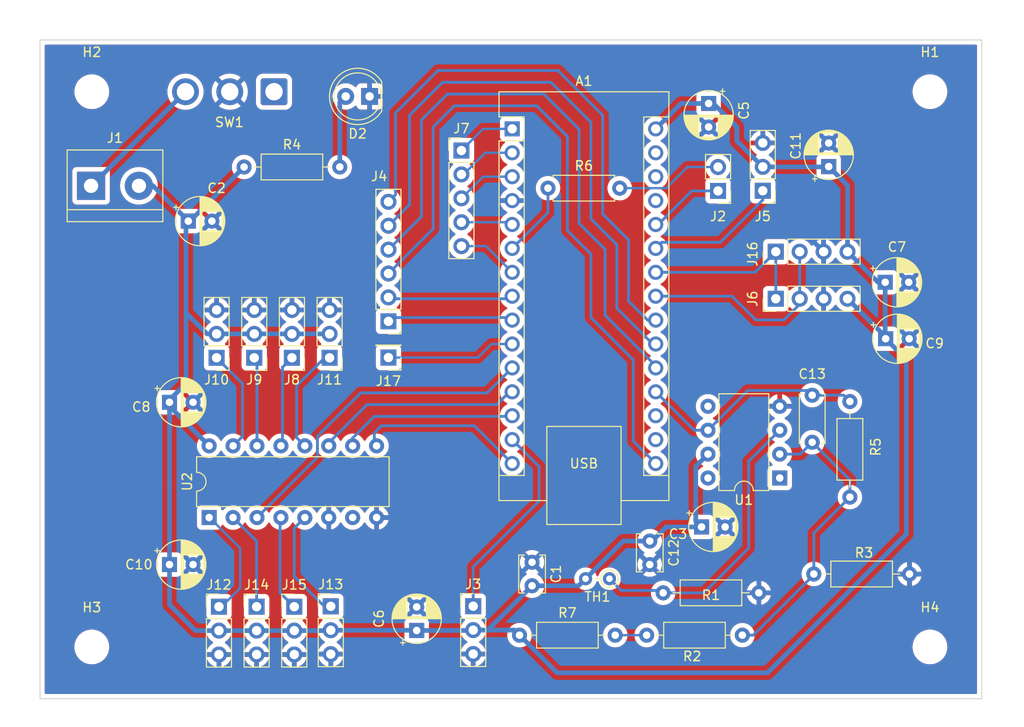
<source format=kicad_pcb>
(kicad_pcb (version 20240108) (generator "pcbnew") (generator_version "8.0")
  (title_block (title "Main PCB") (date "2024-12-09") (rev "2") (comment 1 "We use I2C modules with build in pull up resistors") (comment 2 "The arduino will be connected through female pins, leaving space for the resistor"))
  (layers (0 "F.Cu" signal) (31 "B.Cu" signal) (36 "B.SilkS" user "B.Silkscreen") (37 "F.SilkS" user "F.Silkscreen") (38 "B.Mask" user) (39 "F.Mask" user) (44 "Edge.Cuts" user))
  (net 0 "")
  (net 1 "/ADC7")
  (net 2 "/SCL")
  (net 3 "/OC2B")
  (net 4 "/IN2")
  (net 6 "/IN3")
  (net 7 "/OC0A")
  (net 10 "/IN1")
  (net 11 "/OC0B")
  (net 12 "/IN4")
  (net 14 "GND")
  (net 15 "/C")
  (net 16 "/A")
  (net 17 "/D2")
  (net 18 "+5V")
  (net 20 "/D4")
  (net 21 "/OC2A")
  (net 22 "/NTC_Vout(ADC3)")
  (net 23 "/Trigger")
  (net 24 "/D1{slash}TX")
  (net 25 "/PC6{slash}RESET")
  (net 26 "/SDA")
  (net 27 "/Echo&Trig")
  (net 28 "/D0{slash}RX")
  (net 29 "/ADC6")
  (net 30 "/B")
  (net 31 "Net-(U1--)")
  (net 32 "Net-(D2-A)")
  (net 33 "Net-(J1-Pin_1)")
  (net 34 "Net-(U1-+)")
  (net 38 "Net-(J8-Pin_1)")
  (net 39 "Net-(J9-Pin_1)")
  (net 40 "Net-(J10-Pin_1)")
  (net 41 "Net-(J11-Pin_1)")
  (net 42 "Net-(J12-Pin_1)")
  (net 43 "Net-(J13-Pin_1)")
  (net 44 "Net-(J14-Pin_1)")
  (net 45 "Net-(J15-Pin_1)")
  (net 46 "Net-(J2-Pin_2)")
  (net 49 "Net-(R2-Pad1)")
  (footprint "Capacitor_THT:CP_Radial_D5.0mm_P2.50mm" (layer "F.Cu") (at 141 126.5)
    (property "Reference" "C3" (at -2.5 0.75 0) (layer "F.SilkS"))
    (property "Value" "1uF")
    (pad "1" thru_hole rect (at 0 0) (size 1.6 1.6) (drill 0.8) (layers "*.Cu" "*.Mask") (net 18 "+5V"))
    (pad "2" thru_hole circle (at 2.5 0) (size 1.6 1.6) (drill 0.8) (layers "*.Cu" "*.Mask") (net 14 "GND"))
  )
  (footprint "Capacitor_THT:CP_Radial_D5.0mm_P2.50mm" (layer "F.Cu") (at 141.75 81.5 -90)
    (property "Reference" "C5" (at 0.75 -3.75 90) (layer "F.SilkS"))
    (property "Value" "0.1uF")
    (pad "1" thru_hole rect (at 0 0 270) (size 1.6 1.6) (drill 0.8) (layers "*.Cu" "*.Mask") (net 18 "+5V"))
    (pad "2" thru_hole circle (at 2.5 0 270) (size 1.6 1.6) (drill 0.8) (layers "*.Cu" "*.Mask") (net 14 "GND"))
  )
  (footprint "Connector_PinHeader_2.54mm:PinHeader_1x05_P2.54mm_Vertical" (layer "F.Cu") (at 115.5 86.5)
    (property "Reference" "J7" (at 0 -2.33 0) (layer "F.SilkS"))
    (property "Value" "Conn_01x05_Pin")
    (pad "1" thru_hole rect (at 0 0) (size 1.7 1.7) (drill 1) (layers "*.Cu" "*.Mask") (net 24 "/D1{slash}TX"))
    (pad "2" thru_hole oval (at 0 2.54) (size 1.7 1.7) (drill 1) (layers "*.Cu" "*.Mask") (net 28 "/D0{slash}RX"))
    (pad "3" thru_hole oval (at 0 5.08) (size 1.7 1.7) (drill 1) (layers "*.Cu" "*.Mask") (net 25 "/PC6{slash}RESET"))
    (pad "4" thru_hole oval (at 0 7.62) (size 1.7 1.7) (drill 1) (layers "*.Cu" "*.Mask") (net 17 "/D2"))
    (pad "5" thru_hole oval (at 0 10.16) (size 1.7 1.7) (drill 1) (layers "*.Cu" "*.Mask") (net 20 "/D4"))
  )
  (footprint "Connector_PinHeader_2.54mm:PinHeader_1x01_P2.54mm_Vertical" (layer "F.Cu") (at 107.75 108.5 180)
    (property "Reference" "J17" (at 0 -2.5 0) (layer "F.SilkS"))
    (property "Value" "Trigger Pin (backup)")
    (pad "1" thru_hole rect (at 0 0 180) (size 1.7 1.7) (drill 1) (layers "*.Cu" "*.Mask") (net 23 "/Trigger"))
  )
  (footprint "Resistor_THT:R_Axial_DIN0207_L6.3mm_D2.5mm_P10.16mm_Horizontal" (layer "F.Cu") (at 156.75 113.17 -90)
    (property "Reference" "R5" (at 4.83 -2.75 90) (layer "F.SilkS"))
    (property "Value" "1.5k")
    (pad "1" thru_hole circle (at 0 0 270) (size 1.6 1.6) (drill 0.8) (layers "*.Cu" "*.Mask") (net 22 "/NTC_Vout(ADC3)"))
    (pad "2" thru_hole oval (at 10.16 0 270) (size 1.6 1.6) (drill 0.8) (layers "*.Cu" "*.Mask") (net 31 "Net-(U1--)"))
  )
  (footprint "Connector_PinHeader_2.54mm:PinHeader_1x03_P2.54mm_Vertical" (layer "F.Cu") (at 89.5 108.525 180)
    (property "Reference" "J10" (at 0 -2.33 0) (layer "F.SilkS"))
    (property "Value" "Conn_01x03_Pin")
    (pad "1" thru_hole rect (at 0 0 180) (size 1.7 1.7) (drill 1) (layers "*.Cu" "*.Mask") (net 40 "Net-(J10-Pin_1)"))
    (pad "2" thru_hole oval (at 0 2.54 180) (size 1.7 1.7) (drill 1) (layers "*.Cu" "*.Mask") (net 18 "+5V"))
    (pad "3" thru_hole oval (at 0 5.08 180) (size 1.7 1.7) (drill 1) (layers "*.Cu" "*.Mask") (net 14 "GND"))
  )
  (footprint "Capacitor_THT:C_Disc_D3.8mm_W2.6mm_P2.50mm" (layer "F.Cu") (at 123 130.25 -90)
    (property "Reference" "C1" (at 1.25 -2.55 -90) (layer "F.SilkS"))
    (property "Value" "10nF")
    (pad "1" thru_hole circle (at 0 0 270) (size 1.6 1.6) (drill 0.8) (layers "*.Cu" "*.Mask") (net 14 "GND"))
    (pad "2" thru_hole circle (at 2.5 0 270) (size 1.6 1.6) (drill 0.8) (layers "*.Cu" "*.Mask") (net 18 "+5V"))
  )
  (footprint "Connector_Wire:SolderWire-0.75sqmm_1x03_P4.8mm_D1.25mm_OD2.3mm" (layer "F.Cu") (at 95.6 80.25 180)
    (property "Reference" "SW1" (at 4.74 -3.25 0) (layer "F.SilkS"))
    (property "Value" "SW_SPDT")
    (pad "1" thru_hole roundrect (at 0 0 180) (size 2.85 2.85) (drill 1.85) (layers "*.Cu" "*.Mask") (roundrect_rratio 0.098039))
    (pad "2" thru_hole circle (at 4.7 0 180) (size 2.85 2.85) (drill 1.85) (layers "*.Cu" "*.Mask") (net 14 "GND"))
    (pad "3" thru_hole circle (at 9.4 0 180) (size 2.85 2.85) (drill 1.85) (layers "*.Cu" "*.Mask") (net 33 "Net-(J1-Pin_1)"))
  )
  (footprint "Capacitor_THT:CP_Radial_D5.0mm_P2.50mm" (layer "F.Cu") (at 154.5 88.205113 90)
    (property "Reference" "C11" (at 2.205113 -3.5 90) (layer "F.SilkS"))
    (property "Value" "0.1uF")
    (pad "1" thru_hole rect (at 0 0 90) (size 1.6 1.6) (drill 0.8) (layers "*.Cu" "*.Mask") (net 18 "+5V"))
    (pad "2" thru_hole circle (at 2.5 0 90) (size 1.6 1.6) (drill 0.8) (layers "*.Cu" "*.Mask") (net 14 "GND"))
  )
  (footprint "Capacitor_THT:CP_Radial_D5.0mm_P2.50mm" (layer "F.Cu") (at 110.75 137.5 90)
    (property "Reference" "C6" (at 1.25 -4 90) (layer "F.SilkS"))
    (property "Value" "0.1uF")
    (pad "1" thru_hole rect (at 0 0 90) (size 1.6 1.6) (drill 0.8) (layers "*.Cu" "*.Mask") (net 18 "+5V"))
    (pad "2" thru_hole circle (at 2.5 0 90) (size 1.6 1.6) (drill 0.8) (layers "*.Cu" "*.Mask") (net 14 "GND"))
  )
  (footprint "Connector_PinHeader_2.54mm:PinHeader_1x03_P2.54mm_Vertical" (layer "F.Cu") (at 101.625 134.935)
    (property "Reference" "J13" (at 0 -2.33 0) (layer "F.SilkS"))
    (property "Value" "Conn_01x03_Pin")
    (pad "1" thru_hole rect (at 0 0) (size 1.7 1.7) (drill 1) (layers "*.Cu" "*.Mask") (net 43 "Net-(J13-Pin_1)"))
    (pad "2" thru_hole oval (at 0 2.54) (size 1.7 1.7) (drill 1) (layers "*.Cu" "*.Mask") (net 18 "+5V"))
    (pad "3" thru_hole oval (at 0 5.08) (size 1.7 1.7) (drill 1) (layers "*.Cu" "*.Mask") (net 14 "GND"))
  )
  (footprint "TerminalBlock:TerminalBlock_bornier-2_P5.08mm" (layer "F.Cu") (at 76.17 90.25)
    (property "Reference" "J1" (at 2.54 -5.08 0) (layer "F.SilkS"))
    (property "Value" "Power Input")
    (pad "1" thru_hole rect (at 0 0) (size 3 3) (drill 1.52) (layers "*.Cu" "*.Mask") (net 33 "Net-(J1-Pin_1)"))
    (pad "2" thru_hole circle (at 5.08 0) (size 3 3) (drill 1.52) (layers "*.Cu" "*.Mask") (net 18 "+5V"))
  )
  (footprint "MountingHole:MountingHole_3.2mm_M3" (layer "F.Cu") (at 76.25 80.25)
    (property "Reference" "H2" (at 0 -4.2 0) (layer "F.SilkS"))
    (property "Value" "MountingHole")
    (pad "" np_thru_hole circle (at 0 0) (size 3.2 3.2) (drill 3.2) (layers "*.Cu" "*.Mask"))
  )
  (footprint "Package_DIP:DIP-8_W7.62mm" (layer "F.Cu") (at 149.3 121.3 180)
    (property "Reference" "U1" (at 3.81 -2.33 0) (layer "F.SilkS"))
    (property "Value" "CA3140")
    (pad "1" thru_hole rect (at 0 0 180) (size 1.6 1.6) (drill 0.8) (layers "*.Cu" "*.Mask"))
    (pad "2" thru_hole oval (at 0 2.54 180) (size 1.6 1.6) (drill 0.8) (layers "*.Cu" "*.Mask") (net 31 "Net-(U1--)"))
    (pad "3" thru_hole oval (at 0 5.08 180) (size 1.6 1.6) (drill 0.8) (layers "*.Cu" "*.Mask") (net 34 "Net-(U1-+)"))
    (pad "4" thru_hole oval (at 0 7.62 180) (size 1.6 1.6) (drill 0.8) (layers "*.Cu" "*.Mask") (net 14 "GND"))
    (pad "5" thru_hole oval (at 7.62 7.62 180) (size 1.6 1.6) (drill 0.8) (layers "*.Cu" "*.Mask"))
    (pad "6" thru_hole oval (at 7.62 5.08 180) (size 1.6 1.6) (drill 0.8) (layers "*.Cu" "*.Mask") (net 22 "/NTC_Vout(ADC3)"))
    (pad "7" thru_hole oval (at 7.62 2.54 180) (size 1.6 1.6) (drill 0.8) (layers "*.Cu" "*.Mask") (net 18 "+5V"))
    (pad "8" thru_hole oval (at 7.62 0 180) (size 1.6 1.6) (drill 0.8) (layers "*.Cu" "*.Mask"))
  )
  (footprint "MountingHole:MountingHole_3.2mm_M3" (layer "F.Cu") (at 165.25 80.25)
    (property "Reference" "H1" (at 0 -4.2 0) (layer "F.SilkS"))
    (property "Value" "MountingHole")
    (pad "" np_thru_hole circle (at 0 0) (size 3.2 3.2) (drill 3.2) (layers "*.Cu" "*.Mask"))
  )
  (footprint "Capacitor_THT:CP_Radial_D5.0mm_P2.50mm" (layer "F.Cu") (at 86.5 94)
    (property "Reference" "C2" (at 3 -3.5 0) (layer "F.SilkS"))
    (property "Value" "10uF")
    (pad "1" thru_hole rect (at 0 0) (size 1.6 1.6) (drill 0.8) (layers "*.Cu" "*.Mask") (net 18 "+5V"))
    (pad "2" thru_hole circle (at 2.5 0) (size 1.6 1.6) (drill 0.8) (layers "*.Cu" "*.Mask") (net 14 "GND"))
  )
  (footprint "Connector_PinHeader_2.54mm:PinHeader_1x03_P2.54mm_Vertical" (layer "F.Cu") (at 89.75 134.975)
    (property "Reference" "J12" (at 0 -2.33 0) (layer "F.SilkS"))
    (property "Value" "Conn_01x03_Pin")
    (pad "1" thru_hole rect (at 0 0) (size 1.7 1.7) (drill 1) (layers "*.Cu" "*.Mask") (net 42 "Net-(J12-Pin_1)"))
    (pad "2" thru_hole oval (at 0 2.54) (size 1.7 1.7) (drill 1) (layers "*.Cu" "*.Mask") (net 18 "+5V"))
    (pad "3" thru_hole oval (at 0 5.08) (size 1.7 1.7) (drill 1) (layers "*.Cu" "*.Mask") (net 14 "GND"))
  )
  (footprint "Capacitor_THT:CP_Radial_D5.0mm_P2.50mm" (layer "F.Cu") (at 160.544888 106.5)
    (property "Reference" "C9" (at 5.205112 0.5 0) (layer "F.SilkS"))
    (property "Value" "0.1uF")
    (pad "1" thru_hole rect (at 0 0) (size 1.6 1.6) (drill 0.8) (layers "*.Cu" "*.Mask") (net 18 "+5V"))
    (pad "2" thru_hole circle (at 2.5 0) (size 1.6 1.6) (drill 0.8) (layers "*.Cu" "*.Mask") (net 14 "GND"))
  )
  (footprint "Connector_PinHeader_2.54mm:PinHeader_1x03_P2.54mm_Vertical" (layer "F.Cu") (at 93.75 134.975)
    (property "Reference" "J14" (at 0 -2.33 0) (layer "F.SilkS"))
    (property "Value" "Conn_01x03_Pin")
    (pad "1" thru_hole rect (at 0 0) (size 1.7 1.7) (drill 1) (layers "*.Cu" "*.Mask") (net 44 "Net-(J14-Pin_1)"))
    (pad "2" thru_hole oval (at 0 2.54) (size 1.7 1.7) (drill 1) (layers "*.Cu" "*.Mask") (net 18 "+5V"))
    (pad "3" thru_hole oval (at 0 5.08) (size 1.7 1.7) (drill 1) (layers "*.Cu" "*.Mask") (net 14 "GND"))
  )
  (footprint "Capacitor_THT:C_Disc_D3.8mm_W2.6mm_P2.50mm" (layer "F.Cu") (at 135.5 128 -90)
    (property "Reference" "C12" (at 1.25 -2.55 90) (layer "F.SilkS"))
    (property "Value" "10nF")
    (pad "1" thru_hole circle (at 0 0 270) (size 1.6 1.6) (drill 0.8) (layers "*.Cu" "*.Mask") (net 18 "+5V"))
    (pad "2" thru_hole circle (at 2.5 0 270) (size 1.6 1.6) (drill 0.8) (layers "*.Cu" "*.Mask") (net 14 "GND"))
  )
  (footprint "Connector_PinHeader_2.54mm:PinHeader_1x03_P2.54mm_Vertical" (layer "F.Cu") (at 97.5 108.525 180)
    (property "Reference" "J8" (at 0 -2.33 0) (layer "F.SilkS"))
    (property "Value" "Conn_01x03_Pin")
    (pad "1" thru_hole rect (at 0 0 180) (size 1.7 1.7) (drill 1) (layers "*.Cu" "*.Mask") (net 38 "Net-(J8-Pin_1)"))
    (pad "2" thru_hole oval (at 0 2.54 180) (size 1.7 1.7) (drill 1) (layers "*.Cu" "*.Mask") (net 18 "+5V"))
    (pad "3" thru_hole oval (at 0 5.08 180) (size 1.7 1.7) (drill 1) (layers "*.Cu" "*.Mask") (net 14 "GND"))
  )
  (footprint "Capacitor_THT:CP_Radial_D5.0mm_P2.50mm" (layer "F.Cu") (at 160.5 100.5)
    (property "Reference" "C7" (at 1.25 -3.75 0) (layer "F.SilkS"))
    (property "Value" "0.1uF")
    (pad "1" thru_hole rect (at 0 0) (size 1.6 1.6) (drill 0.8) (layers "*.Cu" "*.Mask") (net 18 "+5V"))
    (pad "2" thru_hole circle (at 2.5 0) (size 1.6 1.6) (drill 0.8) (layers "*.Cu" "*.Mask") (net 14 "GND"))
  )
  (footprint "Resistor_THT:R_Axial_DIN0207_L6.3mm_D2.5mm_P7.62mm_Horizontal" (layer "F.Cu") (at 124.69 90.5)
    (property "Reference" "R6" (at 3.81 -2.37 0) (layer "F.SilkS"))
    (property "Value" "20")
    (pad "1" thru_hole circle (at 0 0) (size 1.6 1.6) (drill 0.8) (layers "*.Cu" "*.Mask") (net 3 "/OC2B"))
    (pad "2" thru_hole oval (at 7.62 0) (size 1.6 1.6) (drill 0.8) (layers "*.Cu" "*.Mask") (net 46 "Net-(J2-Pin_2)"))
  )
  (footprint "Connector_PinHeader_2.54mm:PinHeader_1x06_P2.54mm_Vertical" (layer "F.Cu") (at 107.75 104.65 180)
    (property "Reference" "J4" (at 0.99 15.4 0) (layer "F.SilkS"))
    (property "Value" "L298N Module")
    (pad "1" thru_hole rect (at 0 0 180) (size 1.7 1.7) (drill 1) (layers "*.Cu" "*.Mask") (net 7 "/OC0A"))
    (pad "2" thru_hole oval (at 0 2.54 180) (size 1.7 1.7) (drill 1) (layers "*.Cu" "*.Mask") (net 11 "/OC0B"))
    (pad "3" thru_hole oval (at 0 5.08 180) (size 1.7 1.7) (drill 1) (layers "*.Cu" "*.Mask") (net 10 "/IN1"))
    (pad "4" thru_hole oval (at 0 7.62 180) (size 1.7 1.7) (drill 1) (layers "*.Cu" "*.Mask") (net 6 "/IN3"))
    (pad "5" thru_hole oval (at 0 10.16 180) (size 1.7 1.7) (drill 1) (layers "*.Cu" "*.Mask") (net 12 "/IN4"))
    (pad "6" thru_hole oval (at 0 12.7 180) (size 1.7 1.7) (drill 1) (layers "*.Cu" "*.Mask") (net 4 "/IN2"))
  )
  (footprint "Module:Arduino_Nano" (layer "F.Cu") (at 120.89 84.2)
    (property "Reference" "A1" (at 7.62 -5.08 0) (layer "F.SilkS"))
    (property "Value" "Arduino_Nano_v3.x")
    (fp_text user "USB" (at 7.62 35.56 0) (layer "F.SilkS"))
    (pad "1" thru_hole rect (at 0 0) (size 1.6 1.6) (drill 1) (layers "*.Cu" "*.Mask") (net 24 "/D1{slash}TX"))
    (pad "2" thru_hole oval (at 0 2.54) (size 1.6 1.6) (drill 1) (layers "*.Cu" "*.Mask") (net 28 "/D0{slash}RX"))
    (pad "3" thru_hole oval (at 0 5.08) (size 1.6 1.6) (drill 1) (layers "*.Cu" "*.Mask") (net 25 "/PC6{slash}RESET"))
    (pad "4" thru_hole oval (at 0 7.62) (size 1.6 1.6) (drill 1) (layers "*.Cu" "*.Mask") (net 14 "GND"))
    (pad "5" thru_hole oval (at 0 10.16) (size 1.6 1.6) (drill 1) (layers "*.Cu" "*.Mask") (net 17 "/D2"))
    (pad "6" thru_hole oval (at 0 12.7) (size 1.6 1.6) (drill 1) (layers "*.Cu" "*.Mask") (net 3 "/OC2B"))
    (pad "7" thru_hole oval (at 0 15.24) (size 1.6 1.6) (drill 1) (layers "*.Cu" "*.Mask") (net 20 "/D4"))
    (pad "8" thru_hole oval (at 0 17.78) (size 1.6 1.6) (drill 1) (layers "*.Cu" "*.Mask") (net 11 "/OC0B"))
    (pad "9" thru_hole oval (at 0 20.32) (size 1.6 1.6) (drill 1) (layers "*.Cu" "*.Mask") (net 7 "/OC0A"))
    (pad "10" thru_hole oval (at 0 22.86) (size 1.6 1.6) (drill 1) (layers "*.Cu" "*.Mask") (net 23 "/Trigger"))
    (pad "11" thru_hole oval (at 0 25.4) (size 1.6 1.6) (drill 1) (layers "*.Cu" "*.Mask") (net 27 "/Echo&Trig"))
    (pad "12" thru_hole oval (at 0 27.94) (size 1.6 1.6) (drill 1) (layers "*.Cu" "*.Mask") (net 16 "/A"))
    (pad "13" thru_hole oval (at 0 30.48) (size 1.6 1.6) (drill 1) (layers "*.Cu" "*.Mask") (net 30 "/B"))
    (pad "14" thru_hole oval (at 0 33.02) (size 1.6 1.6) (drill 1) (layers "*.Cu" "*.Mask") (net 21 "/OC2A"))
    (pad "15" thru_hole oval (at 0 35.56) (size 1.6 1.6) (drill 1) (layers "*.Cu" "*.Mask") (net 15 "/C"))
    (pad "16" thru_hole oval (at 15.24 35.56) (size 1.6 1.6) (drill 1) (layers "*.Cu" "*.Mask") (net 10 "/IN1"))
    (pad "17" thru_hole oval (at 15.24 33.02) (size 1.6 1.6) (drill 1) (layers "*.Cu" "*.Mask"))
    (pad "18" thru_hole oval (at 15.24 30.48) (size 1.6 1.6) (drill 1) (layers "*.Cu" "*.Mask"))
    (pad "19" thru_hole oval (at 15.24 27.94) (size 1.6 1.6) (drill 1) (layers "*.Cu" "*.Mask") (net 22 "/NTC_Vout(ADC3)"))
    (pad "20" thru_hole oval (at 15.24 25.4) (size 1.6 1.6) (drill 1) (layers "*.Cu" "*.Mask") (net 6 "/IN3"))
    (pad "21" thru_hole oval (at 15.24 22.86) (size 1.6 1.6) (drill 1) (layers "*.Cu" "*.Mask") (net 12 "/IN4"))
    (pad "22" thru_hole oval (at 15.24 20.32) (size 1.6 1.6) (drill 1) (layers "*.Cu" "*.Mask") (net 4 "/IN2"))
    (pad "23" thru_hole oval (at 15.24 17.78) (size 1.6 1.6) (drill 1) (layers "*.Cu" "*.Mask") (net 26 "/SDA"))
    (pad "24" thru_hole oval (at 15.24 15.24) (size 1.6 1.6) (drill 1) (layers "*.Cu" "*.Mask") (net 2 "/SCL"))
    (pad "25" thru_hole oval (at 15.24 12.7) (size 1.6 1.6) (drill 1) (layers "*.Cu" "*.Mask") (net 29 "/ADC6"))
    (pad "26" thru_hole oval (at 15.24 10.16) (size 1.6 1.6) (drill 1) (layers "*.Cu" "*.Mask") (net 1 "/ADC7"))
    (pad "27" thru_hole oval (at 15.24 7.62) (size 1.6 1.6) (drill 1) (layers "*.Cu" "*.Mask"))
    (pad "28" thru_hole oval (at 15.24 5.08) (size 1.6 1.6) (drill 1) (layers "*.Cu" "*.Mask"))
    (pad "29" thru_hole oval (at 15.24 2.54) (size 1.6 1.6) (drill 1) (layers "*.Cu" "*.Mask"))
    (pad "30" thru_hole oval (at 15.24 0) (size 1.6 1.6) (drill 1) (layers "*.Cu" "*.Mask") (net 18 "+5V"))
  )
  (footprint "Resistor_THT:R_Axial_DIN0207_L6.3mm_D2.5mm_P10.16mm_Horizontal" (layer "F.Cu") (at 152.92 131.5)
    (property "Reference" "R3" (at 5.33 -2.25 0) (layer "F.SilkS"))
    (property "Value" "3k")
    (pad "1" thru_hole circle (at 0 0) (size 1.6 1.6) (drill 0.8) (layers "*.Cu" "*.Mask") (net 31 "Net-(U1--)"))
    (pad "2" thru_hole oval (at 10.16 0) (size 1.6 1.6) (drill 0.8) (layers "*.Cu" "*.Mask") (net 14 "GND"))
  )
  (footprint "Connector_PinHeader_2.54mm:PinHeader_1x03_P2.54mm_Vertical" (layer "F.Cu") (at 147.5 90.775 180)
    (property "Reference" "J5" (at 0 -2.725 0) (layer "F.SilkS"))
    (property "Value" "Gate Sensor")
    (pad "1" thru_hole rect (at 0 0 180) (size 1.7 1.7) (drill 1) (layers "*.Cu" "*.Mask") (net 29 "/ADC6"))
    (pad "2" thru_hole oval (at 0 2.54 180) (size 1.7 1.7) (drill 1) (layers "*.Cu" "*.Mask") (net 18 "+5V"))
    (pad "3" thru_hole oval (at 0 5.08 180) (size 1.7 1.7) (drill 1) (layers "*.Cu" "*.Mask") (net 14 "GND"))
  )
  (footprint "Connector_PinHeader_2.54mm:PinHeader_1x04_P2.54mm_Vertical" (layer "F.Cu") (at 148.88 97.25 90)
    (property "Reference" "J16" (at -0.25 -2.46 90) (layer "F.SilkS"))
    (property "Value" "Spare I2C PINS")
    (pad "1" thru_hole rect (at 0 0 90) (size 1.7 1.7) (drill 1) (layers "*.Cu" "*.Mask") (net 2 "/SCL"))
    (pad "2" thru_hole oval (at 0 2.54 90) (size 1.7 1.7) (drill 1) (layers "*.Cu" "*.Mask") (net 26 "/SDA"))
    (pad "3" thru_hole oval (at 0 5.08 90) (size 1.7 1.7) (drill 1) (layers "*.Cu" "*.Mask") (net 14 "GND"))
    (pad "4" thru_hole oval (at 0 7.62 90) (size 1.7 1.7) (drill 1) (layers "*.Cu" "*.Mask") (net 18 "+5V"))
  )
  (footprint "LED_THT:LED_D5.0mm" (layer "F.Cu") (at 105.75 80.75 180)
    (property "Reference" "D2" (at 1.27 -3.96 0) (layer "F.SilkS"))
    (property "Value" "LED")
    (pad "1" thru_hole rect (at 0 0 180) (size 1.8 1.8) (drill 0.9) (layers "*.Cu" "*.Mask") (net 14 "GND"))
    (pad "2" thru_hole circle (at 2.54 0 180) (size 1.8 1.8) (drill 0.9) (layers "*.Cu" "*.Mask") (net 32 "Net-(D2-A)"))
  )
  (footprint "Resistor_THT:R_Axial_DIN0207_L6.3mm_D2.5mm_P10.16mm_Horizontal" (layer "F.Cu") (at 136.92 133.5)
    (property "Reference" "R1" (at 5.08 0.25 0) (layer "F.SilkS"))
    (property "Value" "11k")
    (pad "1" thru_hole circle (at 0 0) (size 1.6 1.6) (drill 0.8) (layers "*.Cu" "*.Mask") (net 34 "Net-(U1-+)"))
    (pad "2" thru_hole oval (at 10.16 0) (size 1.6 1.6) (drill 0.8) (layers "*.Cu" "*.Mask") (net 14 "GND"))
  )
  (footprint "Connector_PinHeader_2.54mm:PinHeader_1x04_P2.54mm_Vertical" (layer "F.Cu") (at 148.88 102.25 90)
    (property "Reference" "J6" (at 0 -2.46 90) (layer "F.SilkS"))
    (property "Value" "Magnometer")
    (pad "1" thru_hole rect (at 0 0 90) (size 1.7 1.7) (drill 1) (layers "*.Cu" "*.Mask") (net 2 "/SCL"))
    (pad "2" thru_hole oval (at 0 2.54 90) (size 1.7 1.7) (drill 1) (layers "*.Cu" "*.Mask") (net 26 "/SDA"))
    (pad "3" thru_hole oval (at 0 5.08 90) (size 1.7 1.7) (drill 1) (layers "*.Cu" "*.Mask") (net 14 "GND"))
    (pad "4" thru_hole oval (at 0 7.62 90) (size 1.7 1.7) (drill 1) (layers "*.Cu" "*.Mask") (net 18 "+5V"))
  )
  (footprint "Resistor_THT:R_Axial_DIN0207_L6.3mm_D2.5mm_P10.16mm_Horizontal" (layer "F.Cu") (at 92.42 88.25)
    (property "Reference" "R4" (at 5.08 -2.37 0) (layer "F.SilkS"))
    (property "Value" "150")
    (pad "1" thru_hole circle (at 0 0) (size 1.6 1.6) (drill 0.8) (layers "*.Cu" "*.Mask") (net 18 "+5V"))
    (pad "2" thru_hole oval (at 10.16 0) (size 1.6 1.6) (drill 0.8) (layers "*.Cu" "*.Mask") (net 32 "Net-(D2-A)"))
  )
  (footprint "Capacitor_THT:C_Disc_D5.0mm_W2.5mm_P5.00mm" (layer "F.Cu") (at 152.75 112.5 -90)
    (property "Reference" "C13" (at -2.25 0 180) (layer "F.SilkS"))
    (property "Value" "10uF")
    (pad "1" thru_hole circle (at 0 0 270) (size 1.6 1.6) (drill 0.8) (layers "*.Cu" "*.Mask") (net 22 "/NTC_Vout(ADC3)"))
    (pad "2" thru_hole circle (at 5 0 270) (size 1.6 1.6) (drill 0.8) (layers "*.Cu" "*.Mask") (net 31 "Net-(U1--)"))
  )
  (footprint "Connector_PinHeader_2.54mm:PinHeader_1x03_P2.54mm_Vertical" (layer "F.Cu") (at 93.5 108.525 180)
    (property "Reference" "J9" (at 0 -2.33 0) (layer "F.SilkS"))
    (property "Value" "Conn_01x03_Pin")
    (pad "1" thru_hole rect (at 0 0 180) (size 1.7 1.7) (drill 1) (layers "*.Cu" "*.Mask") (net 39 "Net-(J9-Pin_1)"))
    (pad "2" thru_hole oval (at 0 2.54 180) (size 1.7 1.7) (drill 1) (layers "*.Cu" "*.Mask") (net 18 "+5V"))
    (pad "3" thru_hole oval (at 0 5.08 180) (size 1.7 1.7) (drill 1) (layers "*.Cu" "*.Mask") (net 14 "GND"))
  )
  (footprint "Capacitor_THT:CP_Radial_D5.0mm_P2.50mm" (layer "F.Cu") (at 84.5 113.25)
    (property "Reference" "C8" (at -3 0.5 0) (layer "F.SilkS"))
    (property "Value" "0.1uF")
    (pad "1" thru_hole rect (at 0 0) (size 1.6 1.6) (drill 0.8) (layers "*.Cu" "*.Mask") (net 18 "+5V"))
    (pad "2" thru_hole circle (at 2.5 0) (size 1.6 1.6) (drill 0.8) (layers "*.Cu" "*.Mask") (net 14 "GND"))
  )
  (footprint "Resistor_THT:R_Axial_DIN0207_L6.3mm_D2.5mm_P10.16mm_Horizontal" (layer "F.Cu") (at 135.17 138)
    (property "Reference" "R2" (at 4.83 2.25 0) (layer "F.SilkS"))
    (property "Value" "3k")
    (pad "1" thru_hole circle (at 0 0) (size 1.6 1.6) (drill 0.8) (layers "*.Cu" "*.Mask") (net 49 "Net-(R2-Pad1)"))
    (pad "2" thru_hole oval (at 10.16 0) (size 1.6 1.6) (drill 0.8) (layers "*.Cu" "*.Mask") (net 31 "Net-(U1--)"))
  )
  (footprint "MountingHole:MountingHole_3.2mm_M3" (layer "F.Cu") (at 165.25 139.25)
    (property "Reference" "H4" (at 0 -4.2 0) (layer "F.SilkS"))
    (property "Value" "MountingHole")
    (pad "" np_thru_hole circle (at 0 0) (size 3.2 3.2) (drill 3.2) (layers "*.Cu" "*.Mask"))
  )
  (footprint "Connector_PinHeader_2.54mm:PinHeader_1x03_P2.54mm_Vertical" (layer "F.Cu") (at 97.75 134.975)
    (property "Reference" "J15" (at 0 -2.33 0) (layer "F.SilkS"))
    (property "Value" "Conn_01x03_Pin")
    (pad "1" thru_hole rect (at 0 0) (size 1.7 1.7) (drill 1) (layers "*.Cu" "*.Mask") (net 45 "Net-(J15-Pin_1)"))
    (pad "2" thru_hole oval (at 0 2.54) (size 1.7 1.7) (drill 1) (layers "*.Cu" "*.Mask") (net 18 "+5V"))
    (pad "3" thru_hole oval (at 0 5.08) (size 1.7 1.7) (drill 1) (layers "*.Cu" "*.Mask") (net 14 "GND"))
  )
  (footprint "Connector_PinHeader_2.54mm:PinHeader_1x03_P2.54mm_Vertical" (layer "F.Cu") (at 101.5 108.525 180)
    (property "Reference" "J11" (at 0 -2.33 0) (layer "F.SilkS"))
    (property "Value" "Conn_01x03_Pin")
    (pad "1" thru_hole rect (at 0 0 180) (size 1.7 1.7) (drill 1) (layers "*.Cu" "*.Mask") (net 41 "Net-(J11-Pin_1)"))
    (pad "2" thru_hole oval (at 0 2.54 180) (size 1.7 1.7) (drill 1) (layers "*.Cu" "*.Mask") (net 18 "+5V"))
    (pad "3" thru_hole oval (at 0 5.08 180) (size 1.7 1.7) (drill 1) (layers "*.Cu" "*.Mask") (net 14 "GND"))
  )
  (footprint "Resistor_THT:R_Axial_DIN0207_L6.3mm_D2.5mm_P10.16mm_Horizontal" (layer "F.Cu") (at 121.67 138)
    (property "Reference" "R7" (at 5.08 -2.37 0) (layer "F.SilkS"))
    (property "Value" "100")
    (pad "1" thru_hole circle (at 0 0) (size 1.6 1.6) (drill 0.8) (layers "*.Cu" "*.Mask") (net 18 "+5V"))
    (pad "2" thru_hole oval (at 10.16 0) (size 1.6 1.6) (drill 0.8) (layers "*.Cu" "*.Mask") (net 49 "Net-(R2-Pad1)"))
  )
  (footprint "MountingHole:MountingHole_3.2mm_M3" (layer "F.Cu") (at 76.25 139.25)
    (property "Reference" "H3" (at 0 -4.2 0) (layer "F.SilkS"))
    (property "Value" "MountingHole")
    (pad "" np_thru_hole circle (at 0 0) (size 3.2 3.2) (drill 3.2) (layers "*.Cu" "*.Mask"))
  )
  (footprint "Capacitor_THT:CP_Radial_D5.0mm_P2.50mm" (layer "F.Cu") (at 84.5 130.5)
    (property "Reference" "C10" (at -3.25 0 0) (layer "F.SilkS"))
    (property "Value" "0.1uF")
    (pad "1" thru_hole rect (at 0 0) (size 1.6 1.6) (drill 0.8) (layers "*.Cu" "*.Mask") (net 18 "+5V"))
    (pad "2" thru_hole circle (at 2.5 0) (size 1.6 1.6) (drill 0.8) (layers "*.Cu" "*.Mask") (net 14 "GND"))
  )
  (footprint "Resistor_THT:R_Axial_DIN0204_L3.6mm_D1.6mm_P2.54mm_Vertical" (layer "F.Cu") (at 131.22 132 180)
    (property "Reference" "TH1" (at 1.27 -1.92 0) (layer "F.SilkS"))
    (property "Value" "Thermistor_NTC")
    (pad "1" thru_hole circle (at 0 0 180) (size 1.4 1.4) (drill 0.7) (layers "*.Cu" "*.Mask") (net 34 "Net-(U1-+)"))
    (pad "2" thru_hole oval (at 2.54 0 180) (size 1.4 1.4) (drill 0.7) (layers "*.Cu" "*.Mask") (net 18 "+5V"))
  )
  (footprint "Connector_PinHeader_2.54mm:PinHeader_1x02_P2.54mm_Vertical" (layer "F.Cu") (at 142.75 90.79 180)
    (property "Reference" "J2" (at 0 -2.71 0) (layer "F.SilkS"))
    (property "Value" "2nd PCB")
    (pad "1" thru_hole rect (at 0 0 180) (size 1.7 1.7) (drill 1) (layers "*.Cu" "*.Mask") (net 1 "/ADC7"))
    (pad "2" thru_hole oval (at 0 2.54 180) (size 1.7 1.7) (drill 1) (layers "*.Cu" "*.Mask") (net 46 "Net-(J2-Pin_2)"))
  )
  (footprint "Package_DIP:DIP-16_W7.62mm" (layer "F.Cu") (at 88.71 125.5 90)
    (property "Reference" "U2" (at 3.81 -2.33 90) (layer "F.SilkS"))
    (property "Value" "CD4051B")
    (pad "1" thru_hole rect (at 0 0 90) (size 1.6 1.6) (drill 0.8) (layers "*.Cu" "*.Mask") (net 42 "Net-(J12-Pin_1)"))
    (pad "2" thru_hole oval (at 0 2.54 90) (size 1.6 1.6) (drill 0.8) (layers "*.Cu" "*.Mask") (net 44 "Net-(J14-Pin_1)"))
    (pad "3" thru_hole oval (at 0 5.08 90) (size 1.6 1.6) (drill 0.8) (layers "*.Cu" "*.Mask") (net 27 "/Echo&Trig"))
    (pad "4" thru_hole oval (at 0 7.62 90) (size 1.6 1.6) (drill 0.8) (layers "*.Cu" "*.Mask") (net 45 "Net-(J15-Pin_1)"))
    (pad "5" thru_hole oval (at 0 10.16 90) (size 1.6 1.6) (drill 0.8) (layers "*.Cu" "*.Mask") (net 43 "Net-(J13-Pin_1)"))
    (pad "6" thru_hole oval (at 0 12.7 90) (size 1.6 1.6) (drill 0.8) (layers "*.Cu" "*.Mask") (net 14 "GND"))
    (pad "7" thru_hole oval (at 0 15.24 90) (size 1.6 1.6) (drill 0.8) (layers "*.Cu" "*.Mask"))
    (pad "8" thru_hole oval (at 0 17.78 90) (size 1.6 1.6) (drill 0.8) (layers "*.Cu" "*.Mask") (net 14 "GND"))
    (pad "9" thru_hole oval (at 7.62 17.78 90) (size 1.6 1.6) (drill 0.8) (layers "*.Cu" "*.Mask") (net 15 "/C"))
    (pad "10" thru_hole oval (at 7.62 15.24 90) (size 1.6 1.6) (drill 0.8) (layers "*.Cu" "*.Mask") (net 30 "/B"))
    (pad "11" thru_hole oval (at 7.62 12.7 90) (size 1.6 1.6) (drill 0.8) (layers "*.Cu" "*.Mask") (net 16 "/A"))
    (pad "12" thru_hole oval (at 7.62 10.16 90) (size 1.6 1.6) (drill 0.8) (layers "*.Cu" "*.Mask") (net 41 "Net-(J11-Pin_1)"))
    (pad "13" thru_hole oval (at 7.62 7.62 90) (size 1.6 1.6) (drill 0.8) (layers "*.Cu" "*.Mask") (net 38 "Net-(J8-Pin_1)"))
    (pad "14" thru_hole oval (at 7.62 5.08 90) (size 1.6 1.6) (drill 0.8) (layers "*.Cu" "*.Mask") (net 39 "Net-(J9-Pin_1)"))
    (pad "15" thru_hole oval (at 7.62 2.54 90) (size 1.6 1.6) (drill 0.8) (layers "*.Cu" "*.Mask") (net 40 "Net-(J10-Pin_1)"))
    (pad "16" thru_hole oval (at 7.62 0 90) (size 1.6 1.6) (drill 0.8) (layers "*.Cu" "*.Mask") (net 18 "+5V"))
  )
  (footprint "Connector_PinHeader_2.54mm:PinHeader_1x03_P2.54mm_Vertical" (layer "F.Cu") (at 116.75 134.92)
    (property "Reference" "J3" (at 0 -2.33 0) (layer "F.SilkS"))
    (property "Value" "Servo Motor")
    (pad "1" thru_hole rect (at 0 0) (size 1.7 1.7) (drill 1) (layers "*.Cu" "*.Mask") (net 21 "/OC2A"))
    (pad "2" thru_hole oval (at 0 2.54) (size 1.7 1.7) (drill 1) (layers "*.Cu" "*.Mask") (net 18 "+5V"))
    (pad "3" thru_hole oval (at 0 5.08) (size 1.7 1.7) (drill 1) (layers "*.Cu" "*.Mask") (net 14 "GND"))
  )
  (gr_rect (start 70.75 74.75) (end 170.75 144.75) (stroke (width 0.1)) (fill none) (layer "Edge.Cuts"))
  (segment (start 139.96 90.79) (end 136.39 94.36) (width 0.3) (layer "B.Cu") (net 1))
  (segment (start 142.75 90.79) (end 139.96 90.79) (width 0.3) (layer "B.Cu") (net 1))
  (segment (start 136.39 94.36) (end 136.13 94.36) (width 0.3) (layer "B.Cu") (net 1))
  (segment (start 148.88 97.25) (end 148.88 102.25) (width 0.3) (layer "B.Cu") (net 2))
  (segment (start 148.88 102.25) (end 148.17 102.25) (width 0.3) (layer "B.Cu") (net 2))
  (segment (start 146.69 99.44) (end 148.88 97.25) (width 0.3) (layer "B.Cu") (net 2))
  (segment (start 136.13 99.44) (end 146.69 99.44) (width 0.3) (layer "B.Cu") (net 2))
  (segment (start 136.44 99.75) (end 136.13 99.44) (width 0.3) (layer "B.Cu") (net 2))
  (segment (start 148.84 102.29) (end 148.88 102.25) (width 0.3) (layer "B.Cu") (net 2))
  (segment (start 120.89 96.9) (end 124.69 93.1) (width 0.3) (layer "B.Cu") (net 3))
  (segment (start 124.69 93.1) (end 124.69 90.5) (width 0.3) (layer "B.Cu") (net 3))
  (segment (start 125.75 78) (end 113 78) (width 0.3) (layer "B.Cu") (net 4))
  (segment (start 108.5 91.2) (end 107.75 91.95) (width 0.3) (layer "B.Cu") (net 4))
  (segment (start 133.25 102.5) (end 133.25 96) (width 0.3) (layer "B.Cu") (net 4))
  (segment (start 130.5 93.25) (end 130.5 82.75) (width 0.3) (layer "B.Cu") (net 4))
  (segment (start 108.5 82.5) (end 108.5 91.2) (width 0.3) (layer "B.Cu") (net 4))
  (segment (start 133.25 96) (end 130.5 93.25) (width 0.3) (layer "B.Cu") (net 4))
  (segment (start 136.13 104.52) (end 135.27 104.52) (width 0.3) (layer "B.Cu") (net 4))
  (segment (start 130.5 82.75) (end 125.75 78) (width 0.3) (layer "B.Cu") (net 4))
  (segment (start 135.27 104.52) (end 133.25 102.5) (width 0.3) (layer "B.Cu") (net 4))
  (segment (start 113 78) (end 108.5 82.5) (width 0.3) (layer "B.Cu") (net 4))
  (segment (start 111.25 93.53) (end 111.25 83.25) (width 0.3) (layer "B.Cu") (net 6))
  (segment (start 136.13 109.38) (end 136.13 109.6) (width 0.3) (layer "B.Cu") (net 6))
  (segment (start 128 94.25) (end 130.75 97) (width 0.3) (layer "B.Cu") (net 6))
  (segment (start 114 80.5) (end 124.25 80.5) (width 0.3) (layer "B.Cu") (net 6))
  (segment (start 130.75 97) (end 130.75 104) (width 0.3) (layer "B.Cu") (net 6))
  (segment (start 111.25 83.25) (end 114 80.5) (width 0.3) (layer "B.Cu") (net 6))
  (segment (start 128 84.25) (end 128 94.25) (width 0.3) (layer "B.Cu") (net 6))
  (segment (start 130.75 104) (end 136.13 109.38) (width 0.3) (layer "B.Cu") (net 6))
  (segment (start 107.75 97.03) (end 111.25 93.53) (width 0.3) (layer "B.Cu") (net 6))
  (segment (start 124.25 80.5) (end 128 84.25) (width 0.3) (layer "B.Cu") (net 6))
  (segment (start 120.89 104.52) (end 120.62 104.25) (width 0.3) (layer "B.Cu") (net 7))
  (segment (start 120.62 104.25) (end 108.15 104.25) (width 0.3) (layer "B.Cu") (net 7))
  (segment (start 108.15 104.25) (end 107.75 104.65) (width 0.3) (layer "B.Cu") (net 7))
  (segment (start 107.75 99.57) (end 112.5 94.82) (width 0.3) (layer "B.Cu") (net 10))
  (segment (start 129.25 104.25) (end 133.75 108.75) (width 0.3) (layer "B.Cu") (net 10))
  (segment (start 126.75 85) (end 126.75 95) (width 0.3) (layer "B.Cu") (net 10))
  (segment (start 112.5 84) (end 114.75 81.75) (width 0.3) (layer "B.Cu") (net 10))
  (segment (start 126.75 95) (end 129.25 97.5) (width 0.3) (layer "B.Cu") (net 10))
  (segment (start 133.75 108.75) (end 133.75 117.38) (width 0.3) (layer "B.Cu") (net 10))
  (segment (start 114.75 81.75) (end 123.5 81.75) (width 0.3) (layer "B.Cu") (net 10))
  (segment (start 129.25 97.5) (end 129.25 104.25) (width 0.3) (layer "B.Cu") (net 10))
  (segment (start 133.75 117.38) (end 136.13 119.76) (width 0.3) (layer "B.Cu") (net 10))
  (segment (start 123.5 81.75) (end 126.75 85) (width 0.3) (layer "B.Cu") (net 10))
  (segment (start 112.5 94.82) (end 112.5 84) (width 0.3) (layer "B.Cu") (net 10))
  (segment (start 107.89 102.25) (end 120.62 102.25) (width 0.3) (layer "B.Cu") (net 11))
  (segment (start 107.75 102.11) (end 107.89 102.25) (width 0.3) (layer "B.Cu") (net 11))
  (segment (start 120.62 102.25) (end 120.89 101.98) (width 0.3) (layer "B.Cu") (net 11))
  (segment (start 135.81 107.06) (end 136.13 107.06) (width 0.3) (layer "B.Cu") (net 12))
  (segment (start 107.75 94.49) (end 110 92.24) (width 0.3) (layer "B.Cu") (net 12))
  (segment (start 132 96.5) (end 132 103.25) (width 0.3) (layer "B.Cu") (net 12))
  (segment (start 110 82.75) (end 113.5 79.25) (width 0.3) (layer "B.Cu") (net 12))
  (segment (start 132 103.25) (end 135.81 107.06) (width 0.3) (layer "B.Cu") (net 12))
  (segment (start 129.25 83.5) (end 129.25 93.75) (width 0.3) (layer "B.Cu") (net 12))
  (segment (start 110 92.24) (end 110 82.75) (width 0.3) (layer "B.Cu") (net 12))
  (segment (start 129.25 93.75) (end 132 96.5) (width 0.3) (layer "B.Cu") (net 12))
  (segment (start 113.5 79.25) (end 125 79.25) (width 0.3) (layer "B.Cu") (net 12))
  (segment (start 125 79.25) (end 129.25 83.5) (width 0.3) (layer "B.Cu") (net 12))
  (segment (start 153 96.29) (end 153 96.25) (width 0.5) (layer "B.Cu") (net 14))
  (segment (start 153.96 97.25) (end 153 96.29) (width 0.5) (layer "B.Cu") (net 14))
  (segment (start 120.885 119.76) (end 120.89 119.76) (width 0.3) (layer "B.Cu") (net 15))
  (segment (start 106.25 117.64) (end 106.49 117.88) (width 0.3) (layer "B.Cu") (net 15))
  (segment (start 106.25 116.5) (end 106.25 117.64) (width 0.3) (layer "B.Cu") (net 15))
  (segment (start 120.89 119.76) (end 116.88 115.75) (width 0.3) (layer "B.Cu") (net 15))
  (segment (start 116.88 115.75) (end 107 115.75) (width 0.3) (layer "B.Cu") (net 15))
  (segment (start 107 115.75) (end 106.25 116.5) (width 0.3) (layer "B.Cu") (net 15))
  (segment (start 120.61 112.14) (end 120.89 112.14) (width 0.3) (layer "B.Cu") (net 16))
  (segment (start 119.25 113.5) (end 120.61 112.14) (width 0.3) (layer "B.Cu") (net 16))
  (segment (start 120.78 112.25) (end 120.89 112.14) (width 0.3) (layer "B.Cu") (net 16))
  (segment (start 101.41 117.88) (end 101.41 117.55875) (width 0.3) (layer "B.Cu") (net 16))
  (segment (start 101.41 117.55875) (end 105.46875 113.5) (width 0.3) (layer "B.Cu") (net 16))
  (segment (start 105.46875 113.5) (end 119.25 113.5) (width 0.3) (layer "B.Cu") (net 16))
  (segment (start 120.65 94.12) (end 120.89 94.36) (width 0.25) (layer "B.Cu") (net 17))
  (segment (start 115.5 94.12) (end 120.65 94.12) (width 0.25) (layer "B.Cu") (net 17))
  (segment (start 86.25 111.25) (end 84.5 113) (width 0.5) (layer "B.Cu") (net 18))
  (segment (start 86.25 94.25) (end 86.5 94) (width 0.5) (layer "B.Cu") (net 18))
  (segment (start 140.38 125.88) (end 140.38 120.06) (width 0.5) (layer "B.Cu") (net 18))
  (segment (start 141 126.5) (end 140.38 125.88) (width 0.5) (layer "B.Cu") (net 18))
  (segment (start 160.5 106) (end 160.5 100.5) (width 0.5) (layer "B.Cu") (net 18))
  (segment (start 159.75 100.5) (end 156.5 97.25) (width 0.5) (layer "B.Cu") (net 18))
  (segment (start 88.485 105.985) (end 86.25 103.75) (width 0.5) (layer "B.Cu") (net 18))
  (segment (start 86.67 94) (end 86.5 94) (width 0.5) (layer "B.Cu") (net 18))
  (segment (start 144.75 85.485) (end 144.75 84) (width 0.5) (layer "B.Cu") (net 18))
  (segment (start 84.5 122.09) (end 84.5 130.5) (width 0.5) (layer "B.Cu") (net 18))
  (segment (start 84.25 113.25) (end 84.25 113.42) (width 0.5) (layer "B.Cu") (net 18))
  (segment (start 118.29 137.46) (end 121.13 137.46) (width 0.5) (layer "B.Cu") (net 18))
  (segment (start 123 132.75) (end 127.93 132.75) (width 0.5) (layer "B.Cu") (net 18))
  (segment (start 92.42 88.25) (end 86.67 94) (width 0.5) (layer "B.Cu") (net 18))
  (segment (start 156.5 97.25) (end 156.5 90.205113) (width 0.5) (layer "B.Cu") (net 18))
  (segment (start 89.5 105.985) (end 93.5 105.985) (width 0.5) (layer "B.Cu") (net 18))
  (segment (start 140.38 120.06) (end 141.68 118.76) (width 0.5) (layer "B.Cu") (net 18))
  (segment (start 97.5 105.985) (end 101.5 105.985) (width 0.5) (layer "B.Cu") (net 18))
  (segment (start 141.75 81.5) (end 138.83 81.5) (width 0.5) (layer "B.Cu") (net 18))
  (segment (start 160.544888 106.5) (end 160.544888 106.294888) (width 0.5) (layer "B.Cu") (net 18))
  (segment (start 160.544888 106.5) (end 160.544888 106.044888) (width 0.5) (layer "B.Cu") (net 18))
  (segment (start 93.5 105.985) (end 97.5 105.985) (width 0.5) (layer "B.Cu") (net 18))
  (segment (start 87.25 137.5) (end 87.75 137.5) (width 0.5) (layer "B.Cu") (net 18))
  (segment (start 97.75 137.515) (end 101.585 137.515) (width 0.5) (layer "B.Cu") (net 18))
  (segment (start 82.75 90.25) (end 81.25 90.25) (width 0.5) (layer "B.Cu") (net 18))
  (segment (start 101.625 137.475) (end 110.725 137.475) (width 0.5) (layer "B.Cu") (net 18))
  (segment (start 148 142) (end 125.67 142) (width 0.5) (layer "B.Cu") (net 18))
  (segment (start 88.71 117.88) (end 84.5 113.67) (width 0.5) (layer "B.Cu") (net 18))
  (segment (start 154.044887 88.205113) (end 154.015 88.235) (width 0.5) (layer "B.Cu") (net 18))
  (segment (start 162.75 127.25) (end 148 142) (width 0.5) (layer "B.Cu") (net 18))
  (segment (start 128.68 132) (end 132.68 128) (width 0.5) (layer "B.Cu") (net 18))
  (segment (start 144.75 84) (end 142.25 81.5) (width 0.5) (layer "B.Cu") (net 18))
  (segment (start 121.13 137.46) (end 121.67 138) (width 0.5) (layer "B.Cu") (net 18))
  (segment (start 154.5 88.205113) (end 154.044887 88.205113) (width 0.5) (layer "B.Cu") (net 18))
  (segment (start 147.5 88.235) (end 147.5 87.911522) (width 0.5) (layer "B.Cu") (net 18))
  (segment (start 87.75 137.5) (end 87.765 137.515) (width 0.5) (layer "B.Cu") (net 18))
  (segment (start 135.75 128) (end 137.25 126.5) (width 0.5) (layer "B.Cu") (net 18))
  (segment (start 116.71 137.5) (end 116.75 137.46) (width 0.5) (layer "B.Cu") (net 18))
  (segment (start 84.5 130.5) (end 84.5 134.75) (width 0.5) (layer "B.Cu") (net 18))
  (segment (start 84.205113 113.25) (end 84.205113 113.375113) (width 0.5) (layer "B.Cu") (net 18))
  (segment (start 162.75 108.705112) (end 162.75 127.25) (width 0.5) (layer "B.Cu") (net 18))
  (segment (start 88.485 105.985) (end 89.5 105.985) (width 0.5) (layer "B.Cu") (net 18))
  (segment (start 84.5 134.75) (end 87.25 137.5) (width 0.5) (layer "B.Cu") (net 18))
  (segment (start 89.75 137.515) (end 93.75 137.515) (width 0.5) (layer "B.Cu") (net 18))
  (segment (start 125.67 142) (end 121.67 138) (width 0.5) (layer "B.Cu") (net 18))
  (segment (start 116.75 137.46) (end 118.29 137.46) (width 0.5) (layer "B.Cu") (net 18))
  (segment (start 110.75 137.5) (end 116.71 137.5) (width 0.5) (layer "B.Cu") (net 18))
  (segment (start 86.25 103.75) (end 86.25 111.25) (width 0.5) (layer "B.Cu") (net 18))
  (segment (start 84.5 113.25) (end 84.5 122.09) (width 0.5) (layer "B.Cu") (net 18))
  (segment (start 86.25 103.75) (end 86.25 94.25) (width 0.5) (layer "B.Cu") (net 18))
  (segment (start 127.93 132.75) (end 128.68 132) (width 0.5) (layer "B.Cu") (net 18))
  (segment (start 142.25 81.5) (end 141.75 81.5) (width 0.5) (layer "B.Cu") (net 18))
  (segment (start 110.725 137.475) (end 110.75 137.5) (width 0.5) (layer "B.Cu") (net 18))
  (segment (start 84.5 113) (end 84.5 113.25) (width 0.5) (layer "B.Cu") (net 18))
  (segment (start 160.544888 106.5) (end 162.75 108.705112) (width 0.5) (layer "B.Cu") (net 18))
  (segment (start 154.015 88.235) (end 147.5 88.235) (width 0.5) (layer "B.Cu") (net 18))
  (segment (start 132.68 128) (end 135.5 128) (width 0.5) (layer "B.Cu") (net 18))
  (segment (start 118.29 137.46) (end 123 132.75) (width 0.5) (layer "B.Cu") (net 18))
  (segment (start 138.83 81.5) (end 136.13 84.2) (width 0.5) (layer "B.Cu") (net 18))
  (segment (start 93.75 137.515) (end 97.75 137.515) (width 0.5) (layer "B.Cu") (net 18))
  (segment (start 160.544888 106.294888) (end 156.5 102.25) (width 0.5) (layer "B.Cu") (net 18))
  (segment (start 135.5 128) (end 135.75 128) (width 0.5) (layer "B.Cu") (net 18))
  (segment (start 160.544888 106.044888) (end 160.5 106) (width 0.5) (layer "B.Cu") (net 18))
  (segment (start 87.765 137.515) (end 89.75 137.515) (width 0.5) (layer "B.Cu") (net 18))
  (segment (start 121.25 138) (end 121.67 138) (width 0.5) (layer "B.Cu") (net 18))
  (segment (start 156.5 90.205113) (end 154.5 88.205113) (width 0.5) (layer "B.Cu") (net 18))
  (segment (start 86.5 94) (end 82.75 90.25) (width 0.5) (layer "B.Cu") (net 18))
  (segment (start 147.5 88.235) (end 144.75 85.485) (width 0.5) (layer "B.Cu") (net 18))
  (segment (start 84.5 113.67) (end 84.5 113.25) (width 0.5) (layer "B.Cu") (net 18))
  (segment (start 137.25 126.5) (end 141 126.5) (width 0.5) (layer "B.Cu") (net 18))
  (segment (start 101.585 137.515) (end 101.625 137.475) (width 0.5) (layer "B.Cu") (net 18))
  (segment (start 160.5 100.5) (end 159.75 100.5) (width 0.5) (layer "B.Cu") (net 18))
  (segment (start 118.11 96.66) (end 120.89 99.44) (width 0.25) (layer "B.Cu") (net 20))
  (segment (start 115.5 96.66) (end 118.11 96.66) (width 0.25) (layer "B.Cu") (net 20))
  (segment (start 117.25 134.42) (end 116.75 134.92) (width 0.3) (layer "B.Cu") (net 21))
  (segment (start 123.75 120.08) (end 120.89 117.22) (width 0.3) (layer "B.Cu") (net 21))
  (segment (start 123.75 123.75) (end 123.75 120.08) (width 0.3) (layer "B.Cu") (net 21))
  (segment (start 116.75 134.92) (end 116.75 130.75) (width 0.3) (layer "B.Cu") (net 21))
  (segment (start 116.75 130.75) (end 123.75 123.75) (width 0.3) (layer "B.Cu") (net 21))
  (segment (start 145.9 112) (end 141.68 116.22) (width 0.3) (layer "B.Cu") (net 22))
  (segment (start 141.68 116.22) (end 140.21 116.22) (width 0.3) (layer "B.Cu") (net 22))
  (segment (start 152.25 112) (end 145.9 112) (width 0.3) (layer "B.Cu") (net 22))
  (segment (start 152.75 112.5) (end 156.08 112.5) (width 0.3) (layer "B.Cu") (net 22))
  (segment (start 140.21 116.22) (end 136.13 112.14) (width 0.3) (layer "B.Cu") (net 22))
  (segment (start 156.08 112.5) (end 156.75 113.17) (width 0.3) (layer "B.Cu") (net 22))
  (segment (start 152.75 112.5) (end 152.25 112) (width 0.3) (layer "B.Cu") (net 22))
  (segment (start 120.89 107.06) (end 118.69 107.06) (width 0.25) (layer "B.Cu") (net 23))
  (segment (start 117.25 108.5) (end 107.75 108.5) (width 0.25) (layer "B.Cu") (net 23))
  (segment (start 118.69 107.06) (end 117.25 108.5) (width 0.25) (layer "B.Cu") (net 23))
  (segment (start 120.89 84.2) (end 117.8 84.2) (width 0.25) (layer "B.Cu") (net 24))
  (segment (start 117.8 84.2) (end 115.5 86.5) (width 0.25) (layer "B.Cu") (net 24))
  (segment (start 120.89 89.28) (end 117.8 89.28) (width 0.25) (layer "B.Cu") (net 25))
  (segment (start 117.8 89.28) (end 115.5 91.58) (width 0.25) (layer "B.Cu") (net 25))
  (segment (start 136.13 101.98) (end 136.305 101.805) (width 0.3) (layer "B.Cu") (net 26))
  (segment (start 151.42 102.83) (end 151.42 102.25) (width 0.3) (layer "B.Cu") (net 26))
  (segment (start 136.445 101.805) (end 136.5 101.75) (width 0.3) (layer "B.Cu") (net 26))
  (segment (start 136.305 101.805) (end 136.445 101.805) (width 0.3) (layer "B.Cu") (net 26))
  (segment (start 144.23 101.98) (end 146.75 104.5) (width 0.3) (layer "B.Cu") (net 26))
  (segment (start 151.42 102.25) (end 151.42 97.25) (width 0.3) (layer "B.Cu") (net 26))
  (segment (start 149.75 104.5) (end 151.42 102.83) (width 0.3) (layer "B.Cu") (net 26))
  (segment (start 146.75 104.5) (end 149.75 104.5) (width 0.3) (layer "B.Cu") (net 26))
  (segment (start 136.13 101.98) (end 144.23 101.98) (width 0.3) (layer "B.Cu") (net 26))
  (segment (start 118.24 112.25) (end 104.8125 112.25) (width 0.3) (layer "B.Cu") (net 27))
  (segment (start 120.89 109.6) (end 118.24 112.25) (width 0.3) (layer "B.Cu") (net 27))
  (segment (start 104.8125 112.25) (end 100.21 116.8525) (width 0.3) (layer "B.Cu") (net 27))
  (segment (start 100.21 119.08) (end 93.79 125.5) (width 0.3) (layer "B.Cu") (net 27))
  (segment (start 100.21 116.8525) (end 100.21 119.08) (width 0.3) (layer "B.Cu") (net 27))
  (segment (start 115.73 89.04) (end 115.5 89.04) (width 0.25) (layer "B.Cu") (net 28))
  (segment (start 118.03 86.74) (end 115.73 89.04) (width 0.25) (layer "B.Cu") (net 28))
  (segment (start 120.89 86.74) (end 118.03 86.74) (width 0.25) (layer "B.Cu") (net 28))
  (segment (start 136.78 96.25) (end 143 96.25) (width 0.3) (layer "B.Cu") (net 29))
  (segment (start 136.13 96.9) (end 136.78 96.25) (width 0.3) (layer "B.Cu") (net 29))
  (segment (start 147.5 91.75) (end 147.5 90.775) (width 0.3) (layer "B.Cu") (net 29))
  (segment (start 143 96.25) (end 147.5 91.75) (width 0.3) (layer "B.Cu") (net 29))
  (segment (start 120.82 114.75) (end 120.89 114.68) (width 0.3) (layer "B.Cu") (net 30))
  (segment (start 103.95 117.05) (end 106.25 114.75) (width 0.3) (layer "B.Cu") (net 30))
  (segment (start 106.25 114.75) (end 120.82 114.75) (width 0.3) (layer "B.Cu") (net 30))
  (segment (start 103.95 117.88) (end 103.95 117.05) (width 0.3) (layer "B.Cu") (net 30))
  (segment (start 152.92 127.16) (end 156.75 123.33) (width 0.3) (layer "B.Cu") (net 31))
  (segment (start 156.75 123.33) (end 156.75 121.5) (width 0.3) (layer "B.Cu") (net 31))
  (segment (start 152.92 131.5) (end 152.92 127.16) (width 0.3) (layer "B.Cu") (net 31))
  (segment (start 152.75 117.5) (end 151.49 118.76) (width 0.3) (layer "B.Cu") (net 31))
  (segment (start 156.75 121.5) (end 152.75 117.5) (width 0.3) (layer "B.Cu") (net 31))
  (segment (start 151.49 118.76) (end 149.3 118.76) (width 0.3) (layer "B.Cu") (net 31))
  (segment (start 145.33 138) (end 146.5 138) (width 0.3) (layer "B.Cu") (net 31))
  (segment (start 146.5 138) (end 152.92 131.58) (width 0.3) (layer "B.Cu") (net 31))
  (segment (start 152.92 131.58) (end 152.92 131.5) (width 0.3) (layer "B.Cu") (net 31))
  (segment (start 103.17 80.75) (end 103.21 80.75) (width 0.5) (layer "B.Cu") (net 32))
  (segment (start 102.58 81.38) (end 103.21 80.75) (width 0.5) (layer "B.Cu") (net 32))
  (segment (start 102.58 88.25) (end 102.58 81.38) (width 0.5) (layer "B.Cu") (net 32))
  (segment (start 86.2 80.25) (end 76.2 90.25) (width 0.5) (layer "B.Cu") (net 33))
  (segment (start 76.2 90.25) (end 76.17 90.25) (width 0.5) (layer "B.Cu") (net 33))
  (segment (start 132.47 133.25) (end 136.67 133.25) (width 0.3) (layer "B.Cu") (net 34))
  (segment (start 146 119.52) (end 149.3 116.22) (width 0.3) (layer "B.Cu") (net 34))
  (segment (start 136.67 133.25) (end 136.92 133.5) (width 0.3) (layer "B.Cu") (net 34))
  (segment (start 131.22 132) (end 132.47 133.25) (width 0.3) (layer "B.Cu") (net 34))
  (segment (start 146 128.75) (end 146 119.52) (width 0.3) (layer "B.Cu") (net 34))
  (segment (start 136.92 133.5) (end 141.25 133.5) (width 0.3) (layer "B.Cu") (net 34))
  (segment (start 141.25 133.5) (end 146 128.75) (width 0.3) (layer "B.Cu") (net 34))
  (segment (start 96.33 117.88) (end 96.5 117.71) (width 0.3) (layer "B.Cu") (net 38))
  (segment (start 96.5 117.71) (end 96.5 109.525) (width 0.3) (layer "B.Cu") (net 38))
  (segment (start 96.5 109.525) (end 97.5 108.525) (width 0.3) (layer "B.Cu") (net 38))
  (segment (start 93.79 108.815) (end 93.5 108.525) (width 0.3) (layer "B.Cu") (net 39))
  (segment (start 93.79 117.88) (end 93.79 108.815) (width 0.3) (layer "B.Cu") (net 39))
  (segment (start 91.25 117.88) (end 92.25 116.88) (width 0.3) (layer "B.Cu") (net 40))
  (segment (start 92.25 111.275) (end 89.5 108.525) (width 0.3) (layer "B.Cu") (net 40))
  (segment (start 92.25 116.88) (end 92.25 111.275) (width 0.3) (layer "B.Cu") (net 40))
  (segment (start 98.87 117.88) (end 98 117.01) (width 0.3) (layer "B.Cu") (net 41))
  (segment (start 98 111.5) (end 100.975 108.525) (width 0.3) (layer "B.Cu") (net 41))
  (segment (start 100.975 108.525) (end 101.5 108.525) (width 0.3) (layer "B.Cu") (net 41))
  (segment (start 98 117.01) (end 98 111.5) (width 0.3) (layer "B.Cu") (net 41))
  (segment (start 92 133) (end 90.025 134.975) (width 0.25) (layer "B.Cu") (net 42))
  (segment (start 88.75 125.5) (end 92 128.75) (width 0.25) (layer "B.Cu") (net 42))
  (segment (start 92 128.75) (end 92 133) (width 0.25) (layer "B.Cu") (net 42))
  (segment (start 89.25 134.475) (end 89.75 134.975) (width 0.3) (layer "B.Cu") (net 42))
  (segment (start 88.71 125.5) (end 89.25 126.04) (width 0.3) (layer "B.Cu") (net 42))
  (segment (start 88.71 125.5) (end 88.75 125.5) (width 0.25) (layer "B.Cu") (net 42))
  (segment (start 90.025 134.975) (end 89.75 134.975) (width 0.25) (layer "B.Cu") (net 42))
  (segment (start 98.87 125.5) (end 97.75 126.62) (width 0.3) (layer "B.Cu") (net 43))
  (segment (start 97.75 131.75) (end 100.935 134.935) (width 0.3) (layer "B.Cu") (net 43))
  (segment (start 97.75 126.62) (end 97.75 131.75) (width 0.3) (layer "B.Cu") (net 43))
  (segment (start 100.935 134.935) (end 101.625 134.935) (width 0.3) (layer "B.Cu") (net 43))
  (segment (start 93.75 128) (end 91.25 125.5) (width 0.3) (layer "B.Cu") (net 44))
  (segment (start 93.75 134.975) (end 93.75 128) (width 0.3) (layer "B.Cu") (net 44))
  (segment (start 97.75 134.975) (end 97.725 134.975) (width 0.3) (layer "B.Cu") (net 45))
  (segment (start 96.25 133.5) (end 96.25 125.58) (width 0.3) (layer "B.Cu") (net 45))
  (segment (start 96.25 125.58) (end 96.33 125.5) (width 0.3) (layer "B.Cu") (net 45))
  (segment (start 97.725 134.975) (end 96.25 133.5) (width 0.3) (layer "B.Cu") (net 45))
  (segment (start 132.31 90.5) (end 137.25 90.5) (width 0.25) (layer "B.Cu") (net 46))
  (segment (start 137.25 90.5) (end 139.5 88.25) (width 0.25) (layer "B.Cu") (net 46))
  (segment (start 139.5 88.25) (end 142.75 88.25) (width 0.25) (layer "B.Cu") (net 46))
  (segment (start 132.56 90.5) (end 132.31 90.75) (width 0.25) (layer "B.Cu") (net 46))
  (segment (start 142.735 89) (end 142.75 88.985) (width 0.25) (layer "B.Cu") (net 46))
  (segment (start 131.83 138) (end 135.17 138) (width 0.25) (layer "B.Cu") (net 49))
  (zone (net 14) (net_name "GND") (layers "F&B.Cu") (connect_pads (clearance 0.5)) (min_thickness 0.25) (fill yes (thermal_gap 0.5) (thermal_bridge_width 0.5))
    (polygon (pts (xy 66.751173 71.004603) (xy 175.251173 70.504603) (xy 174.251173 147.754603) (xy 67.251173 147.004603) (xy 66.501173 74.254603)))
  )
)
</source>
